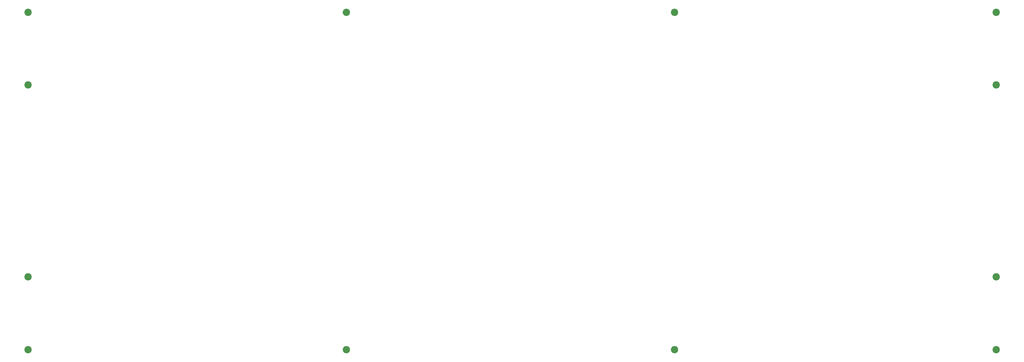
<source format=gbr>
G04 #@! TF.GenerationSoftware,KiCad,Pcbnew,(6.0.11)*
G04 #@! TF.CreationDate,2024-11-25T11:35:45+09:00*
G04 #@! TF.ProjectId,Flame60_Bottom,466c616d-6536-4305-9f42-6f74746f6d2e,rev?*
G04 #@! TF.SameCoordinates,Original*
G04 #@! TF.FileFunction,Soldermask,Bot*
G04 #@! TF.FilePolarity,Negative*
%FSLAX46Y46*%
G04 Gerber Fmt 4.6, Leading zero omitted, Abs format (unit mm)*
G04 Created by KiCad (PCBNEW (6.0.11)) date 2024-11-25 11:35:45*
%MOMM*%
%LPD*%
G01*
G04 APERTURE LIST*
%ADD10C,2.200000*%
G04 APERTURE END LIST*
D10*
X358000000Y-61000000D03*
X358000000Y-141000000D03*
X162000000Y-163000000D03*
X261000000Y-163000000D03*
X66000000Y-61000000D03*
X358000000Y-163000000D03*
X66000000Y-83000000D03*
X66000000Y-163000000D03*
X358000000Y-83000000D03*
X66000000Y-141000000D03*
X162000000Y-61000000D03*
X261000000Y-61000000D03*
M02*

</source>
